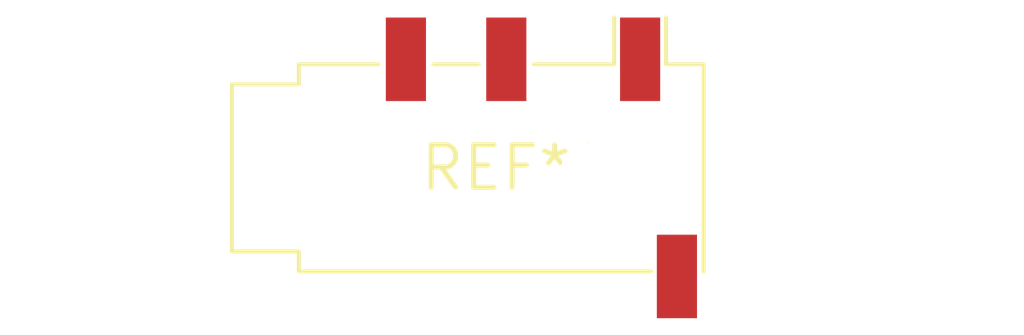
<source format=kicad_pcb>
(kicad_pcb (version 20240108) (generator pcbnew)
  (layers (0 "F.Cu" signal) (31 "B.Cu" signal) (34 "B.Paste" user) (35 "F.Paste" user) (36 "B.SilkS" user "B.Silkscreen") (37 "F.SilkS" user "F.Silkscreen") (38 "B.Mask" user) (39 "F.Mask" user) (44 "Edge.Cuts" user))
  (net 0 "")
  (footprint "Jack_3.5mm_PJ320D_Horizontal" (layer "F.Cu") (at 0 0)
    (property "Reference" "REF**")
    (property "Value" "Jack_3.5mm_PJ320D_Horizontal")
    (fp_line (start -8.375 -2.5) (end -8.375 2.5) (layer "F.SilkS") (stroke (width 0.12)))
    (fp_line (start -6.375 -3.1) (end -6.375 -2.5) (layer "F.SilkS") (stroke (width 0.12)))
    (fp_line (start -6.375 -3.1) (end -4 -3.1) (layer "F.SilkS") (stroke (width 0.12)))
    (fp_line (start -6.375 -2.5) (end -8.375 -2.5) (layer "F.SilkS") (stroke (width 0.12)))
    (fp_line (start -6.375 2.5) (end -8.375 2.5) (layer "F.SilkS") (stroke (width 0.12)))
    (fp_line (start -6.375 2.5) (end -6.375 3.1) (layer "F.SilkS") (stroke (width 0.12)))
    (fp_line (start -2.35 -3.1) (end -1 -3.1) (layer "F.SilkS") (stroke (width 0.12)))
    (fp_line (start 0.65 -3.1) (end 3.05 -3.1) (layer "F.SilkS") (stroke (width 0.12)))
    (fp_line (start 3.05 -3.1) (end 3.05 -4.5) (layer "F.SilkS") (stroke (width 0.12)))
    (fp_line (start 4.15 3.1) (end -6.375 3.1) (layer "F.SilkS") (stroke (width 0.12)))
    (fp_line (start 4.6 -3.1) (end 4.6 -4.5) (layer "F.SilkS") (stroke (width 0.12)))
    (fp_line (start 4.6 -3.1) (end 5.725 -3.1) (layer "F.SilkS") (stroke (width 0.12)))
    (fp_line (start 5.725 3.1) (end 5.725 -3.1) (layer "F.SilkS") (stroke (width 0.12)))
    (pad "" np_thru_hole circle (at -4.775 0) (size 1.5 1.5) (drill 1.5) (layers *.Cu *.Mask))
    (pad "" np_thru_hole circle (at 2.225 0) (size 1.5 1.5) (drill 1.5) (layers *.Cu *.Mask))
    (pad "R1" smd rect (at -0.175 -3.25) (size 1.2 2.5) (layers "F.Cu" "F.Paste" "F.Mask"))
    (pad "R2" smd rect (at -3.175 -3.25) (size 1.2 2.5) (layers "F.Cu" "F.Paste" "F.Mask"))
    (pad "S" smd rect (at 4.925 3.25) (size 1.2 2.5) (layers "F.Cu" "F.Paste" "F.Mask"))
    (pad "T" smd rect (at 3.825 -3.25) (size 1.2 2.5) (layers "F.Cu" "F.Paste" "F.Mask"))
  )
)
</source>
